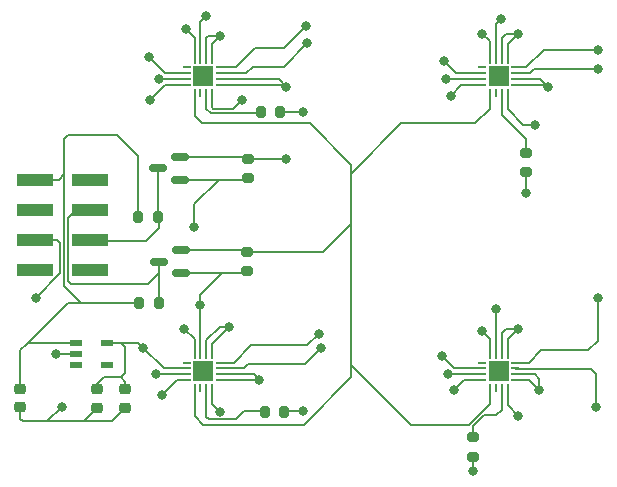
<source format=gbr>
%TF.GenerationSoftware,KiCad,Pcbnew,7.0.6*%
%TF.CreationDate,2023-08-06T23:15:07-05:00*%
%TF.ProjectId,MLX90393_board2,4d4c5839-3033-4393-935f-626f61726432,rev?*%
%TF.SameCoordinates,Original*%
%TF.FileFunction,Copper,L1,Top*%
%TF.FilePolarity,Positive*%
%FSLAX46Y46*%
G04 Gerber Fmt 4.6, Leading zero omitted, Abs format (unit mm)*
G04 Created by KiCad (PCBNEW 7.0.6) date 2023-08-06 23:15:07*
%MOMM*%
%LPD*%
G01*
G04 APERTURE LIST*
G04 Aperture macros list*
%AMRoundRect*
0 Rectangle with rounded corners*
0 $1 Rounding radius*
0 $2 $3 $4 $5 $6 $7 $8 $9 X,Y pos of 4 corners*
0 Add a 4 corners polygon primitive as box body*
4,1,4,$2,$3,$4,$5,$6,$7,$8,$9,$2,$3,0*
0 Add four circle primitives for the rounded corners*
1,1,$1+$1,$2,$3*
1,1,$1+$1,$4,$5*
1,1,$1+$1,$6,$7*
1,1,$1+$1,$8,$9*
0 Add four rect primitives between the rounded corners*
20,1,$1+$1,$2,$3,$4,$5,0*
20,1,$1+$1,$4,$5,$6,$7,0*
20,1,$1+$1,$6,$7,$8,$9,0*
20,1,$1+$1,$8,$9,$2,$3,0*%
G04 Aperture macros list end*
%TA.AperFunction,SMDPad,CuDef*%
%ADD10RoundRect,0.200000X0.275000X-0.200000X0.275000X0.200000X-0.275000X0.200000X-0.275000X-0.200000X0*%
%TD*%
%TA.AperFunction,SMDPad,CuDef*%
%ADD11R,1.104902X0.622301*%
%TD*%
%TA.AperFunction,SMDPad,CuDef*%
%ADD12R,3.170003X1.000000*%
%TD*%
%TA.AperFunction,SMDPad,CuDef*%
%ADD13RoundRect,0.150000X0.587500X0.150000X-0.587500X0.150000X-0.587500X-0.150000X0.587500X-0.150000X0*%
%TD*%
%TA.AperFunction,SMDPad,CuDef*%
%ADD14RoundRect,0.225000X-0.250000X0.225000X-0.250000X-0.225000X0.250000X-0.225000X0.250000X0.225000X0*%
%TD*%
%TA.AperFunction,SMDPad,CuDef*%
%ADD15R,0.664999X0.280010*%
%TD*%
%TA.AperFunction,SMDPad,CuDef*%
%ADD16R,0.280010X0.664999*%
%TD*%
%TA.AperFunction,SMDPad,CuDef*%
%ADD17R,1.750013X1.750013*%
%TD*%
%TA.AperFunction,SMDPad,CuDef*%
%ADD18RoundRect,0.200000X0.200000X0.275000X-0.200000X0.275000X-0.200000X-0.275000X0.200000X-0.275000X0*%
%TD*%
%TA.AperFunction,SMDPad,CuDef*%
%ADD19RoundRect,0.200000X-0.200000X-0.275000X0.200000X-0.275000X0.200000X0.275000X-0.200000X0.275000X0*%
%TD*%
%TA.AperFunction,ViaPad*%
%ADD20C,0.800000*%
%TD*%
%TA.AperFunction,Conductor*%
%ADD21C,0.150000*%
%TD*%
G04 APERTURE END LIST*
D10*
%TO.P,R3,1*%
%TO.N,GND*%
X172800000Y-132225000D03*
%TO.P,R3,2*%
%TO.N,Net-(M4-INT{slash}TRG)*%
X172800000Y-130575000D03*
%TD*%
%TO.P,R20,1*%
%TO.N,+3.3V*%
X153700000Y-116525000D03*
%TO.P,R20,2*%
%TO.N,SDA_3V*%
X153700000Y-114875000D03*
%TD*%
D11*
%TO.P,U5,1,VIN*%
%TO.N,VCC*%
X139200025Y-122550267D03*
%TO.P,U5,2,GND*%
%TO.N,GND*%
X139200025Y-123499467D03*
%TO.P,U5,3,EN*%
%TO.N,unconnected-(U5-EN-Pad3)*%
X139200025Y-124449682D03*
%TO.P,U5,4,NC*%
%TO.N,unconnected-(U5-NC-Pad4)*%
X141799975Y-124449682D03*
%TO.P,U5,5,VOUT*%
%TO.N,+3.3V*%
X141799975Y-122550267D03*
%TD*%
D12*
%TO.P,J1,1,1*%
%TO.N,unconnected-(J1-Pad1)*%
X140419845Y-108749992D03*
%TO.P,J1,2,2*%
%TO.N,VCC*%
X135759952Y-108749992D03*
%TO.P,J1,3,3*%
%TO.N,SDA*%
X140419845Y-111289997D03*
%TO.P,J1,4,4*%
%TO.N,unconnected-(J1-Pad4)*%
X135759952Y-111289997D03*
%TO.P,J1,5,5*%
%TO.N,SCL*%
X140419845Y-113830003D03*
%TO.P,J1,6,6*%
%TO.N,GND*%
X135759952Y-113830003D03*
%TO.P,J1,7,7*%
%TO.N,unconnected-(J1-Pad7)*%
X140419845Y-116370008D03*
%TO.P,J1,8,8*%
%TO.N,unconnected-(J1-Pad8)*%
X135759952Y-116370008D03*
%TD*%
D13*
%TO.P,Q2,1,G*%
%TO.N,+3.3V*%
X148137500Y-116650000D03*
%TO.P,Q2,2,S*%
%TO.N,SDA_3V*%
X148137500Y-114750000D03*
%TO.P,Q2,3,D*%
%TO.N,SDA*%
X146262500Y-115700000D03*
%TD*%
D14*
%TO.P,C3,1*%
%TO.N,VCC*%
X134500000Y-126500000D03*
%TO.P,C3,2*%
%TO.N,GND*%
X134500000Y-128050000D03*
%TD*%
D15*
%TO.P,M1,1,INT*%
%TO.N,unconnected-(M1-INT-Pad1)*%
X148592583Y-99249936D03*
%TO.P,M1,2,SENB/CS*%
%TO.N,+3.3V*%
X148592583Y-99750064D03*
%TO.P,M1,3,SCL/SCLK*%
%TO.N,SCL_3V*%
X148592583Y-100249936D03*
%TO.P,M1,4,NC*%
%TO.N,GND*%
X148592583Y-100750064D03*
D16*
%TO.P,M1,5,SDA/MOSI*%
%TO.N,SDA_3V*%
X149249936Y-101407417D03*
%TO.P,M1,6,MISO*%
%TO.N,unconnected-(M1-MISO-Pad6)*%
X149750064Y-101407417D03*
%TO.P,M1,7,INT/TRG*%
%TO.N,Net-(M1-INT{slash}TRG)*%
X150249936Y-101407417D03*
%TO.P,M1,8,VDD_IO*%
%TO.N,+3.3V*%
X150750064Y-101407417D03*
D15*
%TO.P,M1,9,NC*%
%TO.N,GND*%
X151407417Y-100750064D03*
%TO.P,M1,10,NC*%
X151407417Y-100249936D03*
%TO.P,M1,11,A1*%
X151407417Y-99750064D03*
%TO.P,M1,12,A0*%
X151407417Y-99249936D03*
D16*
%TO.P,M1,13,VSS*%
X150750064Y-98592583D03*
%TO.P,M1,14,NC*%
X150249936Y-98592583D03*
%TO.P,M1,15,VDD*%
%TO.N,+3.3V*%
X149750064Y-98592583D03*
%TO.P,M1,16,NC*%
%TO.N,GND*%
X149249936Y-98592583D03*
D17*
%TO.P,M1,17,EP*%
%TO.N,unconnected-(M1-EP-Pad17)*%
X150000000Y-100000000D03*
%TD*%
D15*
%TO.P,M2,1,INT*%
%TO.N,unconnected-(M2-INT-Pad1)*%
X173592583Y-99249936D03*
%TO.P,M2,2,SENB/CS*%
%TO.N,+3.3V*%
X173592583Y-99750064D03*
%TO.P,M2,3,SCL/SCLK*%
%TO.N,SCL_3V*%
X173592583Y-100249936D03*
%TO.P,M2,4,NC*%
%TO.N,GND*%
X173592583Y-100750064D03*
D16*
%TO.P,M2,5,SDA/MOSI*%
%TO.N,SDA_3V*%
X174249936Y-101407417D03*
%TO.P,M2,6,MISO*%
%TO.N,unconnected-(M2-MISO-Pad6)*%
X174750064Y-101407417D03*
%TO.P,M2,7,INT/TRG*%
%TO.N,Net-(M2-INT{slash}TRG)*%
X175249936Y-101407417D03*
%TO.P,M2,8,VDD_IO*%
%TO.N,+3.3V*%
X175750064Y-101407417D03*
D15*
%TO.P,M2,9,NC*%
%TO.N,GND*%
X176407417Y-100750064D03*
%TO.P,M2,10,NC*%
X176407417Y-100249936D03*
%TO.P,M2,11,A1*%
X176407417Y-99750064D03*
%TO.P,M2,12,A0*%
%TO.N,+3.3V*%
X176407417Y-99249936D03*
D16*
%TO.P,M2,13,VSS*%
%TO.N,GND*%
X175750064Y-98592583D03*
%TO.P,M2,14,NC*%
X175249936Y-98592583D03*
%TO.P,M2,15,VDD*%
%TO.N,+3.3V*%
X174750064Y-98592583D03*
%TO.P,M2,16,NC*%
%TO.N,GND*%
X174249936Y-98592583D03*
D17*
%TO.P,M2,17,EP*%
%TO.N,unconnected-(M2-EP-Pad17)*%
X175000000Y-100000000D03*
%TD*%
D10*
%TO.P,R19,1*%
%TO.N,+3.3V*%
X153800000Y-108625000D03*
%TO.P,R19,2*%
%TO.N,SCL_3V*%
X153800000Y-106975000D03*
%TD*%
D18*
%TO.P,R1,1*%
%TO.N,GND*%
X156825000Y-128400000D03*
%TO.P,R1,2*%
%TO.N,Net-(M3-INT{slash}TRG)*%
X155175000Y-128400000D03*
%TD*%
%TO.P,R4,1*%
%TO.N,GND*%
X156500000Y-103050000D03*
%TO.P,R4,2*%
%TO.N,Net-(M1-INT{slash}TRG)*%
X154850000Y-103050000D03*
%TD*%
D13*
%TO.P,Q1,1,G*%
%TO.N,+3.3V*%
X148037500Y-108750000D03*
%TO.P,Q1,2,S*%
%TO.N,SCL_3V*%
X148037500Y-106850000D03*
%TO.P,Q1,3,D*%
%TO.N,SCL*%
X146162500Y-107800000D03*
%TD*%
D15*
%TO.P,M4,1,INT*%
%TO.N,unconnected-(M4-INT-Pad1)*%
X173592583Y-124249936D03*
%TO.P,M4,2,SENB/CS*%
%TO.N,+3.3V*%
X173592583Y-124750064D03*
%TO.P,M4,3,SCL/SCLK*%
%TO.N,SCL_3V*%
X173592583Y-125249936D03*
%TO.P,M4,4,NC*%
%TO.N,GND*%
X173592583Y-125750064D03*
D16*
%TO.P,M4,5,SDA/MOSI*%
%TO.N,SDA_3V*%
X174249936Y-126407417D03*
%TO.P,M4,6,MISO*%
%TO.N,unconnected-(M4-MISO-Pad6)*%
X174750064Y-126407417D03*
%TO.P,M4,7,INT/TRG*%
%TO.N,Net-(M4-INT{slash}TRG)*%
X175249936Y-126407417D03*
%TO.P,M4,8,VDD_IO*%
%TO.N,+3.3V*%
X175750064Y-126407417D03*
D15*
%TO.P,M4,9,NC*%
%TO.N,GND*%
X176407417Y-125750064D03*
%TO.P,M4,10,NC*%
X176407417Y-125249936D03*
%TO.P,M4,11,A1*%
%TO.N,+3.3V*%
X176407417Y-124750064D03*
%TO.P,M4,12,A0*%
X176407417Y-124249936D03*
D16*
%TO.P,M4,13,VSS*%
%TO.N,GND*%
X175750064Y-123592583D03*
%TO.P,M4,14,NC*%
X175249936Y-123592583D03*
%TO.P,M4,15,VDD*%
%TO.N,+3.3V*%
X174750064Y-123592583D03*
%TO.P,M4,16,NC*%
%TO.N,GND*%
X174249936Y-123592583D03*
D17*
%TO.P,M4,17,EP*%
%TO.N,unconnected-(M4-EP-Pad17)*%
X175000000Y-125000000D03*
%TD*%
D19*
%TO.P,R18,1*%
%TO.N,VCC*%
X144475000Y-111950000D03*
%TO.P,R18,2*%
%TO.N,SCL*%
X146125000Y-111950000D03*
%TD*%
D14*
%TO.P,C1,1*%
%TO.N,+3.3V*%
X143400000Y-126525000D03*
%TO.P,C1,2*%
%TO.N,GND*%
X143400000Y-128075000D03*
%TD*%
%TO.P,C2,1*%
%TO.N,+3.3V*%
X141000000Y-126525000D03*
%TO.P,C2,2*%
%TO.N,GND*%
X141000000Y-128075000D03*
%TD*%
D19*
%TO.P,R17,1*%
%TO.N,VCC*%
X144575000Y-119200000D03*
%TO.P,R17,2*%
%TO.N,SDA*%
X146225000Y-119200000D03*
%TD*%
D10*
%TO.P,R2,1*%
%TO.N,GND*%
X177300000Y-108125000D03*
%TO.P,R2,2*%
%TO.N,Net-(M2-INT{slash}TRG)*%
X177300000Y-106475000D03*
%TD*%
D15*
%TO.P,M3,1,INT*%
%TO.N,unconnected-(M3-INT-Pad1)*%
X148592583Y-124249936D03*
%TO.P,M3,2,SENB/CS*%
%TO.N,+3.3V*%
X148592583Y-124750064D03*
%TO.P,M3,3,SCL/SCLK*%
%TO.N,SCL_3V*%
X148592583Y-125249936D03*
%TO.P,M3,4,NC*%
%TO.N,GND*%
X148592583Y-125750064D03*
D16*
%TO.P,M3,5,SDA/MOSI*%
%TO.N,SDA_3V*%
X149249936Y-126407417D03*
%TO.P,M3,6,MISO*%
%TO.N,unconnected-(M3-MISO-Pad6)*%
X149750064Y-126407417D03*
%TO.P,M3,7,INT/TRG*%
%TO.N,Net-(M3-INT{slash}TRG)*%
X150249936Y-126407417D03*
%TO.P,M3,8,VDD_IO*%
%TO.N,+3.3V*%
X150750064Y-126407417D03*
D15*
%TO.P,M3,9,NC*%
%TO.N,GND*%
X151407417Y-125750064D03*
%TO.P,M3,10,NC*%
X151407417Y-125249936D03*
%TO.P,M3,11,A1*%
%TO.N,+3.3V*%
X151407417Y-124750064D03*
%TO.P,M3,12,A0*%
%TO.N,GND*%
X151407417Y-124249936D03*
D16*
%TO.P,M3,13,VSS*%
X150750064Y-123592583D03*
%TO.P,M3,14,NC*%
X150249936Y-123592583D03*
%TO.P,M3,15,VDD*%
%TO.N,+3.3V*%
X149750064Y-123592583D03*
%TO.P,M3,16,NC*%
%TO.N,GND*%
X149249936Y-123592583D03*
D17*
%TO.P,M3,17,EP*%
%TO.N,unconnected-(M3-EP-Pad17)*%
X150000000Y-125000000D03*
%TD*%
D20*
%TO.N,+3.3V*%
X170400000Y-98750000D03*
X144900000Y-123000000D03*
X174750000Y-119700000D03*
X175200000Y-95150000D03*
X145400000Y-98350000D03*
X150250000Y-94900000D03*
X149200000Y-112800000D03*
X160000000Y-123000000D03*
X151400000Y-128400000D03*
X178100000Y-104100000D03*
X149750000Y-119400000D03*
X153250000Y-102000000D03*
X183400000Y-118800000D03*
X183200000Y-128000000D03*
X183400000Y-97800000D03*
X170200000Y-123700000D03*
X176650000Y-128750000D03*
%TO.N,GND*%
X158800000Y-97200000D03*
X154750000Y-125750000D03*
X172800000Y-133400000D03*
X158400000Y-103050000D03*
X146500000Y-127000000D03*
X183400000Y-99400000D03*
X177300000Y-109900000D03*
X176600000Y-96400000D03*
X152200000Y-121200000D03*
X171200000Y-126600000D03*
X138000000Y-128000000D03*
X151400000Y-96600000D03*
X145500000Y-102000000D03*
X170950000Y-101650000D03*
X178383411Y-126583411D03*
X137500000Y-123500000D03*
X158700000Y-95750000D03*
X159800000Y-121800000D03*
X173600000Y-96400000D03*
X179200000Y-100950000D03*
X157000000Y-100874500D03*
X176600000Y-121400000D03*
X158400000Y-128350000D03*
X148500000Y-96000000D03*
X135800000Y-118800000D03*
X173600000Y-121600000D03*
X148400000Y-121400000D03*
%TO.N,SCL_3V*%
X146250000Y-100250000D03*
X157000000Y-107000000D03*
X170750000Y-125250000D03*
X170500000Y-100250000D03*
X146000000Y-125250000D03*
%TD*%
D21*
%TO.N,+3.3V*%
X143050000Y-122550000D02*
X144450000Y-122550000D01*
X176435000Y-99250000D02*
X177350000Y-99250000D01*
X150750000Y-102650000D02*
X150850000Y-102750000D01*
X175750000Y-102800000D02*
X177050000Y-104100000D01*
X150750000Y-127750000D02*
X151400000Y-128400000D01*
X141637500Y-122550000D02*
X143050000Y-122550000D01*
X153450000Y-124750000D02*
X153800000Y-124400000D01*
X173565000Y-124750000D02*
X171250000Y-124750000D01*
X150750000Y-126435000D02*
X150750000Y-127750000D01*
X148565000Y-124750000D02*
X146650000Y-124750000D01*
X141600000Y-125500000D02*
X141000000Y-126100000D01*
X171250000Y-124750000D02*
X170200000Y-123700000D01*
X143400000Y-125100000D02*
X143000000Y-125500000D01*
X152500000Y-102750000D02*
X153250000Y-102000000D01*
X151600000Y-116650000D02*
X153575000Y-116650000D01*
X158600000Y-124400000D02*
X155800000Y-124400000D01*
X143000000Y-125500000D02*
X143400000Y-125900000D01*
X149200000Y-110850000D02*
X149200000Y-112800000D01*
X143400000Y-125900000D02*
X143400000Y-126525000D01*
X177550000Y-124250000D02*
X178600000Y-123200000D01*
X175750000Y-126435000D02*
X175750000Y-127850000D01*
X149750000Y-119400000D02*
X149750000Y-118500000D01*
X150750000Y-101435000D02*
X150750000Y-102650000D01*
X143400000Y-122900000D02*
X143400000Y-125100000D01*
X177350000Y-99250000D02*
X178800000Y-97800000D01*
X146650000Y-124750000D02*
X144900000Y-123000000D01*
X145400000Y-98400000D02*
X145400000Y-98350000D01*
X149750000Y-123565000D02*
X149750000Y-119400000D01*
X178600000Y-123200000D02*
X180600000Y-123200000D01*
X153800000Y-124400000D02*
X155800000Y-124400000D01*
X151300000Y-108750000D02*
X149200000Y-110850000D01*
X144450000Y-122550000D02*
X144900000Y-123000000D01*
X149750000Y-95400000D02*
X149750000Y-98565000D01*
X175750000Y-101435000D02*
X175750000Y-102800000D01*
X178800000Y-97800000D02*
X179800000Y-97800000D01*
X148565000Y-99750000D02*
X146750000Y-99750000D01*
X174750000Y-98565000D02*
X174750000Y-95600000D01*
X173565000Y-99750000D02*
X171400000Y-99750000D01*
X175750000Y-127850000D02*
X176650000Y-128750000D01*
X146750000Y-99750000D02*
X145400000Y-98400000D01*
X153675000Y-108750000D02*
X153800000Y-108625000D01*
X176435000Y-124750000D02*
X176485000Y-124800000D01*
X143000000Y-125500000D02*
X141600000Y-125500000D01*
X148137500Y-116650000D02*
X151600000Y-116650000D01*
X141000000Y-126100000D02*
X141000000Y-126525000D01*
X150850000Y-102750000D02*
X152500000Y-102750000D01*
X174750000Y-95600000D02*
X175200000Y-95150000D01*
X182600000Y-123200000D02*
X180600000Y-123200000D01*
X183400000Y-118800000D02*
X183400000Y-122400000D01*
X149750000Y-118500000D02*
X151600000Y-116650000D01*
X143050000Y-122550000D02*
X143400000Y-122900000D01*
X176435000Y-124250000D02*
X177550000Y-124250000D01*
X183200000Y-128000000D02*
X183200000Y-125200000D01*
X171400000Y-99750000D02*
X170400000Y-98750000D01*
X183400000Y-122400000D02*
X182600000Y-123200000D01*
X182800000Y-97800000D02*
X183400000Y-97800000D01*
X174750000Y-123565000D02*
X174750000Y-119700000D01*
X153575000Y-116650000D02*
X153700000Y-116525000D01*
X176485000Y-124800000D02*
X180600000Y-124800000D01*
X179800000Y-97800000D02*
X182800000Y-97800000D01*
X177050000Y-104100000D02*
X178100000Y-104100000D01*
X160000000Y-123000000D02*
X158600000Y-124400000D01*
X183200000Y-125200000D02*
X182800000Y-124800000D01*
X151435000Y-124750000D02*
X153450000Y-124750000D01*
X148037500Y-108750000D02*
X151300000Y-108750000D01*
X150250000Y-94900000D02*
X149750000Y-95400000D01*
X182800000Y-124800000D02*
X180600000Y-124800000D01*
X151300000Y-108750000D02*
X153675000Y-108750000D01*
%TO.N,GND*%
X177550000Y-125750000D02*
X178400000Y-126600000D01*
X156375500Y-100250000D02*
X153800000Y-100250000D01*
X149250000Y-123565000D02*
X149250000Y-122250000D01*
X156850000Y-97600000D02*
X154400000Y-97600000D01*
X148565000Y-125750000D02*
X147750000Y-125750000D01*
X171850000Y-100750000D02*
X170950000Y-101650000D01*
X175250000Y-98565000D02*
X175250000Y-96750000D01*
X139362500Y-123500000D02*
X137500000Y-123500000D01*
X154200000Y-99200000D02*
X153650000Y-99750000D01*
X153650000Y-99750000D02*
X151435000Y-99750000D01*
X150250000Y-122350000D02*
X151400000Y-121200000D01*
X176435000Y-125750000D02*
X177550000Y-125750000D01*
X150750000Y-98565000D02*
X150750000Y-97250000D01*
X173565000Y-125750000D02*
X172050000Y-125750000D01*
X172800000Y-132225000D02*
X172800000Y-133400000D01*
X158800000Y-97200000D02*
X156800000Y-99200000D01*
X150400000Y-96600000D02*
X151400000Y-96600000D01*
X175750000Y-123565000D02*
X175750000Y-122250000D01*
X178400000Y-126566822D02*
X178383411Y-126583411D01*
X150250000Y-98565000D02*
X150250000Y-96750000D01*
X177300000Y-108300000D02*
X177300000Y-109900000D01*
X137900000Y-114100000D02*
X137630000Y-113830000D01*
X149250000Y-122250000D02*
X148400000Y-121400000D01*
X151435000Y-124250000D02*
X152550000Y-124250000D01*
X174250000Y-97050000D02*
X173600000Y-96400000D01*
X135800000Y-118800000D02*
X137900000Y-116700000D01*
X142275000Y-129200000D02*
X143400000Y-128075000D01*
X154750000Y-125750000D02*
X151435000Y-125750000D01*
X154250000Y-125250000D02*
X151435000Y-125250000D01*
X156800000Y-99200000D02*
X154200000Y-99200000D01*
X157000000Y-100874500D02*
X156875500Y-100750000D01*
X176435000Y-125250000D02*
X178050000Y-125250000D01*
X148565000Y-100750000D02*
X146750000Y-100750000D01*
X139875000Y-129200000D02*
X142275000Y-129200000D01*
X137900000Y-116700000D02*
X137900000Y-114100000D01*
X158400000Y-103050000D02*
X156500000Y-103050000D01*
X158400000Y-128350000D02*
X156775000Y-128350000D01*
X178000000Y-99400000D02*
X179800000Y-99400000D01*
X149250000Y-96750000D02*
X148500000Y-96000000D01*
X155800000Y-122800000D02*
X158800000Y-122800000D01*
X151435000Y-100250000D02*
X153800000Y-100250000D01*
X146750000Y-100750000D02*
X145500000Y-102000000D01*
X134500000Y-129000000D02*
X134500000Y-128050000D01*
X136500000Y-129200000D02*
X134700000Y-129200000D01*
X175250000Y-121750000D02*
X175600000Y-121400000D01*
X139875000Y-129200000D02*
X141000000Y-128075000D01*
X175250000Y-96750000D02*
X175600000Y-96400000D01*
X175750000Y-122250000D02*
X176600000Y-121400000D01*
X150750000Y-97250000D02*
X151400000Y-96600000D01*
X175250000Y-123565000D02*
X175250000Y-121750000D01*
X152200000Y-121200000D02*
X150750000Y-122650000D01*
X152550000Y-124250000D02*
X154000000Y-122800000D01*
X150250000Y-96750000D02*
X150400000Y-96600000D01*
X134700000Y-129200000D02*
X134500000Y-129000000D01*
X175600000Y-121400000D02*
X176600000Y-121400000D01*
X154400000Y-97600000D02*
X152750000Y-99250000D01*
X154750000Y-125750000D02*
X154250000Y-125250000D01*
X175750000Y-97250000D02*
X176600000Y-96400000D01*
X175750000Y-98565000D02*
X175750000Y-97250000D01*
X176435000Y-100250000D02*
X178500000Y-100250000D01*
X137630000Y-113830000D02*
X135550000Y-113830000D01*
X158700000Y-95750000D02*
X156850000Y-97600000D01*
X176435000Y-99750000D02*
X177650000Y-99750000D01*
X139875000Y-129200000D02*
X136500000Y-129200000D01*
X158800000Y-122800000D02*
X159800000Y-121800000D01*
X179800000Y-99400000D02*
X183400000Y-99400000D01*
X173565000Y-100750000D02*
X171850000Y-100750000D01*
X152750000Y-99250000D02*
X151435000Y-99250000D01*
X176435000Y-100750000D02*
X179000000Y-100750000D01*
X154000000Y-122800000D02*
X155800000Y-122800000D01*
X151400000Y-121200000D02*
X152200000Y-121200000D01*
X136800000Y-129200000D02*
X138000000Y-128000000D01*
X174250000Y-123565000D02*
X174250000Y-122250000D01*
X178400000Y-126600000D02*
X178383411Y-126583411D01*
X175600000Y-96400000D02*
X176600000Y-96400000D01*
X150250000Y-123565000D02*
X150250000Y-122350000D01*
X179000000Y-100750000D02*
X179200000Y-100950000D01*
X177650000Y-99750000D02*
X178000000Y-99400000D01*
X178500000Y-100250000D02*
X179200000Y-100950000D01*
X174250000Y-122250000D02*
X173600000Y-121600000D01*
X178050000Y-125250000D02*
X178400000Y-125600000D01*
X174250000Y-98565000D02*
X174250000Y-97050000D01*
X150750000Y-122650000D02*
X150750000Y-123565000D01*
X157000000Y-100874500D02*
X156375500Y-100250000D01*
X178400000Y-125600000D02*
X178400000Y-126566822D01*
X149250000Y-98565000D02*
X149250000Y-96750000D01*
X147750000Y-125750000D02*
X146500000Y-127000000D01*
X172050000Y-125750000D02*
X171200000Y-126600000D01*
X156875500Y-100750000D02*
X151435000Y-100750000D01*
X136500000Y-129200000D02*
X136800000Y-129200000D01*
%TO.N,VCC*%
X144500000Y-111925000D02*
X144475000Y-111950000D01*
X134500000Y-123200000D02*
X135050000Y-122650000D01*
X139600000Y-119200000D02*
X138500000Y-119200000D01*
X134500000Y-126500000D02*
X134500000Y-125300000D01*
X135550000Y-108750000D02*
X137750000Y-108750000D01*
X134500000Y-124000000D02*
X134500000Y-123300000D01*
X138200000Y-105300000D02*
X138500000Y-105000000D01*
X144575000Y-119200000D02*
X139600000Y-119200000D01*
X138500000Y-119200000D02*
X135050000Y-122650000D01*
X138500000Y-105000000D02*
X142700000Y-105000000D01*
X136450000Y-122550000D02*
X135150000Y-122550000D01*
X135150000Y-122550000D02*
X139362500Y-122550000D01*
X138200000Y-117800000D02*
X139600000Y-119200000D01*
X137750000Y-108750000D02*
X138200000Y-108300000D01*
X144500000Y-106800000D02*
X144500000Y-111925000D01*
X138200000Y-108300000D02*
X138200000Y-117800000D01*
X142700000Y-105000000D02*
X144500000Y-106800000D01*
X134500000Y-125300000D02*
X134500000Y-124000000D01*
X138200000Y-108300000D02*
X138200000Y-105300000D01*
X136150000Y-122550000D02*
X136450000Y-122550000D01*
X134500000Y-123300000D02*
X134500000Y-123200000D01*
X135050000Y-122650000D02*
X135150000Y-122550000D01*
%TO.N,SCL*%
X146200000Y-112025000D02*
X146125000Y-111950000D01*
X145100000Y-113950000D02*
X146200000Y-112850000D01*
X140920000Y-113750000D02*
X141120000Y-113950000D01*
X146162500Y-107800000D02*
X146162500Y-111662500D01*
X146200000Y-112850000D02*
X146200000Y-112025000D01*
X141120000Y-113950000D02*
X145100000Y-113950000D01*
%TO.N,SDA*%
X138500000Y-117300000D02*
X138500000Y-112000000D01*
X146262500Y-116637500D02*
X145300000Y-117600000D01*
X146262500Y-119162500D02*
X146225000Y-119200000D01*
X139210000Y-111290000D02*
X141000000Y-111290000D01*
X146262500Y-115700000D02*
X146262500Y-116637500D01*
X138500000Y-112000000D02*
X139210000Y-111290000D01*
X138800000Y-117600000D02*
X138500000Y-117300000D01*
X146262500Y-115700000D02*
X146262500Y-119162500D01*
X145300000Y-117600000D02*
X138800000Y-117600000D01*
%TO.N,SCL_3V*%
X153675000Y-106850000D02*
X153800000Y-106975000D01*
X148565000Y-125250000D02*
X146000000Y-125250000D01*
X170500000Y-100250000D02*
X173565000Y-100250000D01*
X173565000Y-125250000D02*
X170750000Y-125250000D01*
X148565000Y-100250000D02*
X146250000Y-100250000D01*
X157000000Y-107000000D02*
X153825000Y-107000000D01*
X153825000Y-107000000D02*
X153800000Y-106975000D01*
X148037500Y-106850000D02*
X153675000Y-106850000D01*
%TO.N,SDA_3V*%
X149250000Y-103400000D02*
X149850000Y-104000000D01*
X174250000Y-126435000D02*
X174250000Y-127750000D01*
X174250000Y-127750000D02*
X172500000Y-129500000D01*
X149250000Y-101435000D02*
X149250000Y-103400000D01*
X150000000Y-129500000D02*
X158500000Y-129500000D01*
X167550000Y-129500000D02*
X162500000Y-124450000D01*
X159000000Y-104000000D02*
X162500000Y-107500000D01*
X172500000Y-129500000D02*
X167550000Y-129500000D01*
X162500000Y-108200000D02*
X162500000Y-112500000D01*
X160125000Y-114875000D02*
X153700000Y-114875000D01*
X173000000Y-104000000D02*
X166750000Y-104000000D01*
X149250000Y-128750000D02*
X150000000Y-129500000D01*
X162500000Y-114000000D02*
X162500000Y-125500000D01*
X148137500Y-114750000D02*
X153575000Y-114750000D01*
X162500000Y-114000000D02*
X162500000Y-112500000D01*
X149250000Y-126435000D02*
X149250000Y-128750000D01*
X158500000Y-129500000D02*
X162500000Y-125500000D01*
X149850000Y-104000000D02*
X159000000Y-104000000D01*
X162550000Y-108200000D02*
X162500000Y-108200000D01*
X162500000Y-124450000D02*
X162500000Y-125500000D01*
X162500000Y-112500000D02*
X160125000Y-114875000D01*
X174250000Y-101435000D02*
X174250000Y-102750000D01*
X153575000Y-114750000D02*
X153700000Y-114875000D01*
X162500000Y-107500000D02*
X162500000Y-108200000D01*
X174250000Y-102750000D02*
X173000000Y-104000000D01*
X166750000Y-104000000D02*
X162550000Y-108200000D01*
%TO.N,Net-(M1-INT{slash}TRG)*%
X150650000Y-103150000D02*
X154450000Y-103150000D01*
X154450000Y-103150000D02*
X154850000Y-102750000D01*
X150250000Y-101435000D02*
X150250000Y-102750000D01*
X150250000Y-102750000D02*
X150650000Y-103150000D01*
%TO.N,Net-(M2-INT{slash}TRG)*%
X177300000Y-105300000D02*
X175250000Y-103250000D01*
X175250000Y-103250000D02*
X175250000Y-101435000D01*
X177300000Y-106650000D02*
X177300000Y-105300000D01*
%TO.N,Net-(M3-INT{slash}TRG)*%
X150250000Y-128850000D02*
X150450000Y-129050000D01*
X150450000Y-129050000D02*
X152750000Y-129050000D01*
X152750000Y-129050000D02*
X153450000Y-128350000D01*
X153450000Y-128350000D02*
X155125000Y-128350000D01*
X150250000Y-126435000D02*
X150250000Y-128850000D01*
%TO.N,Net-(M4-INT{slash}TRG)*%
X173724264Y-128700000D02*
X174800000Y-128700000D01*
X172800000Y-130575000D02*
X172800000Y-129624264D01*
X172800000Y-129624264D02*
X173724264Y-128700000D01*
X175250000Y-128250000D02*
X175250000Y-126435000D01*
X174800000Y-128700000D02*
X175250000Y-128250000D01*
%TD*%
M02*

</source>
